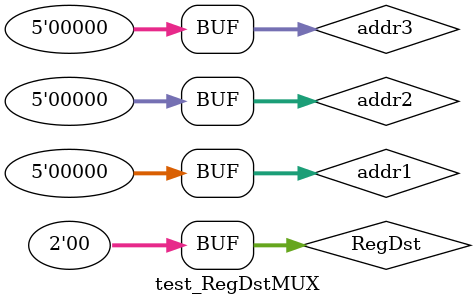
<source format=v>
`timescale 1ns / 1ps


module test_RegDstMUX;

	// Inputs
	reg [4:0] addr1;
	reg [4:0] addr2;
	reg [4:0] addr3;
	reg [1:0] RegDst;

	// Outputs
	wire [4:0] addr_w;

	// Instantiate the Unit Under Test (UUT)
	MUX_addr uut (
		.addr1(addr1), 
		.addr2(addr2), 
		.addr3(addr3), 
		.RegDst(RegDst), 
		.addr_w(addr_w)
	);

	initial begin
		// Initialize Inputs
		addr1 = 0;
		addr2 = 0;
		addr3 = 0;
		RegDst = 0;

		// Wait 100 ns for global reset to finish
		#100;
        
		// Add stimulus here

	end
      
endmodule


</source>
